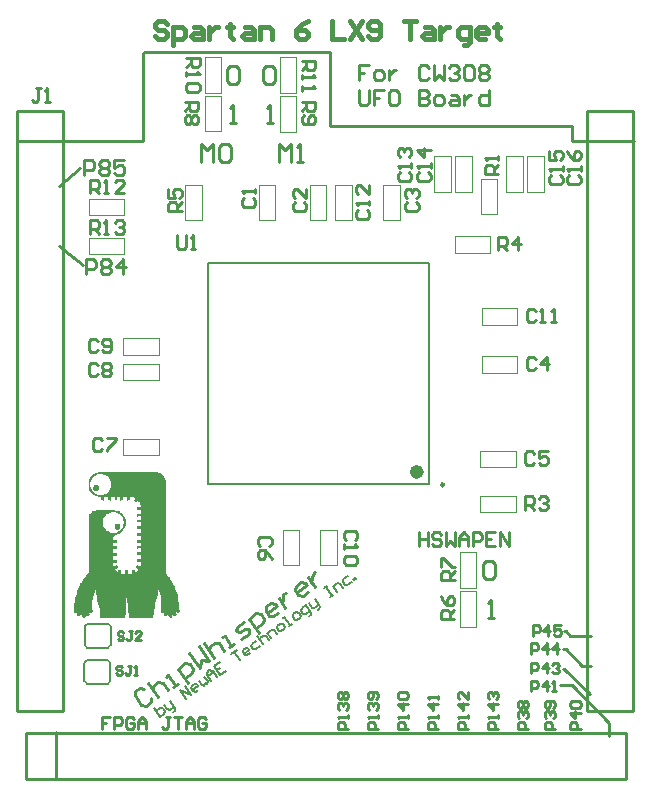
<source format=gto>
G04 Layer_Color=65535*
%FSLAX25Y25*%
%MOIN*%
G70*
G01*
G75*
%ADD17C,0.00800*%
%ADD19C,0.01000*%
%ADD33C,0.02362*%
%ADD34C,0.00984*%
%ADD35C,0.00787*%
%ADD36C,0.00394*%
%ADD37C,0.01500*%
G36*
X147500Y202364D02*
X148490D01*
Y202117D01*
X148738D01*
Y201869D01*
X148985D01*
Y201621D01*
X149233D01*
Y201374D01*
X149481D01*
Y201126D01*
X149728D01*
Y200879D01*
Y200631D01*
X149976D01*
Y200384D01*
Y200136D01*
Y199888D01*
X150223D01*
Y199641D01*
Y199393D01*
Y199146D01*
Y198898D01*
Y198651D01*
Y198403D01*
Y198155D01*
Y197908D01*
Y197660D01*
Y197413D01*
Y197165D01*
Y196917D01*
Y196670D01*
Y196422D01*
Y196175D01*
Y195927D01*
Y195680D01*
Y195432D01*
Y195185D01*
Y194937D01*
Y194689D01*
Y194442D01*
Y194194D01*
Y193947D01*
Y193699D01*
Y193451D01*
Y193204D01*
Y192956D01*
Y192709D01*
Y192461D01*
Y192214D01*
Y191966D01*
Y191718D01*
Y191471D01*
Y191223D01*
Y190976D01*
Y190728D01*
Y190481D01*
Y190233D01*
Y189986D01*
Y189738D01*
Y189490D01*
Y189243D01*
Y188995D01*
Y188748D01*
Y188500D01*
Y188252D01*
Y188005D01*
Y187757D01*
Y187510D01*
Y187262D01*
Y187015D01*
Y186767D01*
Y186520D01*
Y186272D01*
Y186024D01*
Y185777D01*
Y185529D01*
Y185282D01*
Y185034D01*
Y184786D01*
Y184539D01*
Y184291D01*
Y184044D01*
Y183796D01*
Y183549D01*
Y183301D01*
Y183053D01*
Y182806D01*
Y182558D01*
Y182311D01*
Y182063D01*
Y181816D01*
Y181568D01*
Y181320D01*
Y181073D01*
Y180825D01*
Y180578D01*
Y180330D01*
Y180082D01*
Y179835D01*
Y179587D01*
Y179340D01*
Y179092D01*
Y178845D01*
Y178597D01*
Y178349D01*
Y178102D01*
Y177854D01*
Y177607D01*
Y177359D01*
Y177112D01*
Y176864D01*
Y176617D01*
Y176369D01*
Y176121D01*
Y175874D01*
Y175626D01*
Y175379D01*
Y175131D01*
Y174883D01*
Y174636D01*
Y174388D01*
Y174141D01*
Y173893D01*
Y173646D01*
Y173398D01*
Y173151D01*
Y172903D01*
Y172655D01*
Y172408D01*
Y172160D01*
Y171913D01*
Y171665D01*
Y171417D01*
Y171170D01*
Y170922D01*
Y170675D01*
Y170427D01*
Y170180D01*
Y169932D01*
Y169685D01*
Y169437D01*
Y169189D01*
Y168942D01*
Y168694D01*
X150471D01*
Y168447D01*
Y168199D01*
X150718D01*
Y167952D01*
X150966D01*
Y167704D01*
X151214D01*
Y167456D01*
X151461D01*
Y167209D01*
Y166961D01*
X151709D01*
Y166714D01*
X151956D01*
Y166466D01*
Y166218D01*
X152204D01*
Y165971D01*
X152452D01*
Y165723D01*
Y165476D01*
X152699D01*
Y165228D01*
Y164981D01*
X152947D01*
Y164733D01*
Y164485D01*
X153194D01*
Y164238D01*
Y163990D01*
X153442D01*
Y163743D01*
Y163495D01*
Y163248D01*
X153689D01*
Y163000D01*
Y162752D01*
X153937D01*
Y162505D01*
Y162257D01*
Y162010D01*
X154184D01*
Y161762D01*
Y161515D01*
Y161267D01*
Y161019D01*
X154432D01*
Y160772D01*
Y160524D01*
Y160277D01*
Y160029D01*
Y159782D01*
Y159534D01*
Y159286D01*
X154680D01*
Y159039D01*
Y158791D01*
Y158544D01*
Y158296D01*
Y158048D01*
Y157801D01*
Y157553D01*
Y157306D01*
Y157058D01*
X154432D01*
Y156811D01*
X154680D01*
Y156563D01*
X154927D01*
Y156316D01*
Y156068D01*
Y155820D01*
X154680D01*
Y155573D01*
X153937D01*
Y155820D01*
X153689D01*
Y155573D01*
Y155325D01*
X153937D01*
Y155078D01*
Y154830D01*
X153689D01*
Y154583D01*
X152699D01*
Y154830D01*
X152452D01*
Y154583D01*
X152204D01*
Y154335D01*
Y154087D01*
X151461D01*
Y154335D01*
X151214D01*
Y154583D01*
X150966D01*
Y154830D01*
X150718D01*
Y154583D01*
X149728D01*
Y154830D01*
X149481D01*
Y155078D01*
Y155325D01*
X149728D01*
Y155573D01*
X148738D01*
Y155820D01*
X148490D01*
Y156068D01*
Y156316D01*
Y156563D01*
X148738D01*
Y156811D01*
X148985D01*
Y157058D01*
X148738D01*
Y157306D01*
Y157553D01*
Y157801D01*
Y158048D01*
Y158296D01*
Y158544D01*
Y158791D01*
Y159039D01*
Y159286D01*
Y159534D01*
Y159782D01*
Y160029D01*
X148490D01*
Y160277D01*
Y160524D01*
Y160772D01*
Y161019D01*
Y161267D01*
Y161515D01*
X148243D01*
Y161762D01*
Y162010D01*
Y162257D01*
Y162505D01*
X147995D01*
Y162752D01*
Y163000D01*
Y163248D01*
X147748D01*
Y163000D01*
X147500D01*
Y162752D01*
Y162505D01*
Y162257D01*
Y162010D01*
Y161762D01*
Y161515D01*
Y161267D01*
X147252D01*
Y161019D01*
Y160772D01*
Y160524D01*
Y160277D01*
X147005D01*
Y160029D01*
Y159782D01*
Y159534D01*
Y159286D01*
X146757D01*
Y159039D01*
Y158791D01*
Y158544D01*
Y158296D01*
X146510D01*
Y158048D01*
Y157801D01*
Y157553D01*
Y157306D01*
Y157058D01*
X146262D01*
Y156811D01*
Y156563D01*
Y156316D01*
Y156068D01*
Y155820D01*
Y155573D01*
Y155325D01*
Y155078D01*
X146015D01*
Y154830D01*
Y154583D01*
Y154335D01*
Y154087D01*
X137845D01*
Y154335D01*
Y154583D01*
Y154830D01*
Y155078D01*
Y155325D01*
Y155573D01*
X137597D01*
Y155820D01*
Y156068D01*
Y156316D01*
Y156563D01*
Y156811D01*
Y157058D01*
Y157306D01*
Y157553D01*
Y157801D01*
Y158048D01*
Y158296D01*
Y158544D01*
Y158791D01*
X137349D01*
Y159039D01*
Y159286D01*
Y159534D01*
Y159782D01*
Y160029D01*
Y160277D01*
Y160524D01*
X137102D01*
Y160277D01*
Y160029D01*
Y159782D01*
Y159534D01*
Y159286D01*
Y159039D01*
Y158791D01*
Y158544D01*
Y158296D01*
X136854D01*
Y158048D01*
Y157801D01*
Y157553D01*
Y157306D01*
Y157058D01*
Y156811D01*
Y156563D01*
Y156316D01*
Y156068D01*
Y155820D01*
Y155573D01*
Y155325D01*
Y155078D01*
X136607D01*
Y154830D01*
Y154583D01*
Y154335D01*
Y154087D01*
X128437D01*
Y154335D01*
Y154583D01*
Y154830D01*
Y155078D01*
Y155325D01*
Y155573D01*
X128189D01*
Y155820D01*
Y156068D01*
Y156316D01*
Y156563D01*
Y156811D01*
Y157058D01*
Y157306D01*
X127942D01*
Y157553D01*
Y157801D01*
Y158048D01*
Y158296D01*
X127694D01*
Y158544D01*
Y158791D01*
Y159039D01*
Y159286D01*
X127447D01*
Y159534D01*
Y159782D01*
Y160029D01*
Y160277D01*
Y160524D01*
X127199D01*
Y160772D01*
Y161019D01*
Y161267D01*
Y161515D01*
X126951D01*
Y161762D01*
Y162010D01*
Y162257D01*
Y162505D01*
Y162752D01*
Y163000D01*
Y163248D01*
X126456D01*
Y163000D01*
Y162752D01*
Y162505D01*
Y162257D01*
X126209D01*
Y162010D01*
Y161762D01*
Y161515D01*
Y161267D01*
X125961D01*
Y161019D01*
Y160772D01*
Y160524D01*
Y160277D01*
Y160029D01*
Y159782D01*
X125714D01*
Y159534D01*
Y159286D01*
Y159039D01*
Y158791D01*
Y158544D01*
Y158296D01*
Y158048D01*
Y157801D01*
Y157553D01*
Y157306D01*
Y157058D01*
Y156811D01*
Y156563D01*
X125961D01*
Y156316D01*
Y156068D01*
Y155820D01*
X125714D01*
Y155573D01*
X124723D01*
Y155325D01*
X124971D01*
Y155078D01*
Y154830D01*
X124723D01*
Y154583D01*
X123733D01*
Y154830D01*
X123485D01*
Y154583D01*
Y154335D01*
X123238D01*
Y154087D01*
X122495D01*
Y154335D01*
X122248D01*
Y154583D01*
Y154830D01*
X121752D01*
Y154583D01*
X120762D01*
Y154830D01*
Y155078D01*
Y155325D01*
Y155573D01*
Y155820D01*
X120515D01*
Y155573D01*
X119772D01*
Y155820D01*
Y156068D01*
X119524D01*
Y156316D01*
Y156563D01*
X119772D01*
Y156811D01*
X120019D01*
Y157058D01*
X119772D01*
Y157306D01*
Y157553D01*
Y157801D01*
Y158048D01*
Y158296D01*
Y158544D01*
Y158791D01*
Y159039D01*
X120019D01*
Y159286D01*
Y159534D01*
Y159782D01*
Y160029D01*
Y160277D01*
Y160524D01*
Y160772D01*
X120267D01*
Y161019D01*
Y161267D01*
Y161515D01*
Y161762D01*
X120515D01*
Y162010D01*
Y162257D01*
Y162505D01*
X120762D01*
Y162752D01*
Y163000D01*
Y163248D01*
X121010D01*
Y163495D01*
Y163743D01*
Y163990D01*
X121257D01*
Y164238D01*
Y164485D01*
X121505D01*
Y164733D01*
Y164981D01*
X121752D01*
Y165228D01*
Y165476D01*
X122000D01*
Y165723D01*
X122248D01*
Y165971D01*
Y166218D01*
X122495D01*
Y166466D01*
Y166714D01*
X122743D01*
Y166961D01*
X122990D01*
Y167209D01*
X123238D01*
Y167456D01*
Y167704D01*
X123485D01*
Y167952D01*
X123733D01*
Y168199D01*
X123980D01*
Y168447D01*
X124228D01*
Y168694D01*
Y168942D01*
X124476D01*
Y169189D01*
Y169437D01*
Y169685D01*
Y169932D01*
Y170180D01*
Y170427D01*
Y170675D01*
Y170922D01*
Y171170D01*
Y171417D01*
Y171665D01*
Y171913D01*
Y172160D01*
Y172408D01*
Y172655D01*
Y172903D01*
Y173151D01*
Y173398D01*
Y173646D01*
Y173893D01*
Y174141D01*
Y174388D01*
Y174636D01*
Y174883D01*
Y175131D01*
Y175379D01*
Y175626D01*
Y175874D01*
Y176121D01*
Y176369D01*
Y176617D01*
Y176864D01*
Y177112D01*
Y177359D01*
Y177607D01*
Y177854D01*
Y178102D01*
Y178349D01*
Y178597D01*
Y178845D01*
Y179092D01*
Y179340D01*
Y179587D01*
Y179835D01*
Y180082D01*
Y180330D01*
Y180578D01*
Y180825D01*
Y181073D01*
Y181320D01*
Y181568D01*
Y181816D01*
Y182063D01*
Y182311D01*
Y182558D01*
Y182806D01*
Y183053D01*
Y183301D01*
Y183549D01*
Y183796D01*
Y184044D01*
Y184291D01*
Y184539D01*
Y184786D01*
Y185034D01*
Y185282D01*
Y185529D01*
Y185777D01*
Y186024D01*
Y186272D01*
Y186520D01*
Y186767D01*
Y187015D01*
Y187262D01*
Y187510D01*
Y187757D01*
Y188005D01*
X124723D01*
Y188252D01*
Y188500D01*
X124971D01*
Y188748D01*
X125218D01*
Y188995D01*
X125466D01*
Y189243D01*
X125714D01*
Y189490D01*
X126209D01*
Y189738D01*
X126951D01*
Y189986D01*
X133388D01*
Y189738D01*
X134379D01*
Y189490D01*
X134874D01*
Y189243D01*
X135121D01*
Y188995D01*
X135617D01*
Y188748D01*
X135864D01*
Y188500D01*
X136112D01*
Y188252D01*
Y188005D01*
X136359D01*
Y187757D01*
X136607D01*
Y187510D01*
Y187262D01*
Y187015D01*
X136854D01*
Y186767D01*
Y186520D01*
Y186272D01*
Y186024D01*
Y185777D01*
Y185529D01*
Y185282D01*
Y185034D01*
Y184786D01*
Y184539D01*
X136607D01*
Y184291D01*
Y184044D01*
Y183796D01*
X136359D01*
Y183549D01*
X136112D01*
Y183301D01*
Y183053D01*
X135864D01*
Y182806D01*
X135617D01*
Y182558D01*
X135369D01*
Y182311D01*
X134874D01*
Y182063D01*
X134379D01*
Y181816D01*
X133884D01*
Y181568D01*
X133141D01*
Y181320D01*
X132893D01*
Y181073D01*
X132646D01*
Y180825D01*
Y180578D01*
Y180330D01*
Y180082D01*
X133884D01*
Y179835D01*
Y179587D01*
Y179340D01*
Y179092D01*
X132646D01*
Y178845D01*
Y178597D01*
Y178349D01*
Y178102D01*
Y177854D01*
X133884D01*
Y177607D01*
Y177359D01*
Y177112D01*
Y176864D01*
X132646D01*
Y176617D01*
Y176369D01*
Y176121D01*
Y175874D01*
Y175626D01*
X133884D01*
Y175379D01*
Y175131D01*
Y174883D01*
Y174636D01*
X132646D01*
Y174388D01*
Y174141D01*
Y173893D01*
Y173646D01*
Y173398D01*
X133884D01*
Y173151D01*
Y172903D01*
Y172655D01*
Y172408D01*
X132646D01*
Y172160D01*
Y171913D01*
Y171665D01*
Y171417D01*
X132893D01*
Y171170D01*
X133388D01*
Y171417D01*
X133636D01*
Y171665D01*
X133884D01*
Y171417D01*
Y171170D01*
X134131D01*
Y170922D01*
X134379D01*
Y170675D01*
X133884D01*
Y170427D01*
X133388D01*
Y170180D01*
Y169932D01*
X133636D01*
Y169685D01*
X133884D01*
Y169437D01*
X134131D01*
Y169189D01*
X134379D01*
Y169437D01*
Y169685D01*
Y169932D01*
X135369D01*
Y169685D01*
Y169437D01*
Y169189D01*
Y168942D01*
Y168694D01*
X136607D01*
Y168942D01*
Y169189D01*
Y169437D01*
Y169685D01*
Y169932D01*
X137597D01*
Y169685D01*
Y169437D01*
Y169189D01*
Y168942D01*
Y168694D01*
X138835D01*
Y168942D01*
Y169189D01*
Y169437D01*
Y169685D01*
Y169932D01*
X139825D01*
Y169685D01*
Y169437D01*
Y169189D01*
X140320D01*
Y169437D01*
X140568D01*
Y169685D01*
X140815D01*
Y169932D01*
X141063D01*
Y170180D01*
Y170427D01*
X140568D01*
Y170675D01*
X140320D01*
Y170922D01*
Y171170D01*
X140568D01*
Y171417D01*
Y171665D01*
X140815D01*
Y171417D01*
X141063D01*
Y171170D01*
X141806D01*
Y171417D01*
Y171665D01*
Y171913D01*
Y172160D01*
Y172408D01*
Y172655D01*
X140568D01*
Y172903D01*
Y173151D01*
Y173398D01*
Y173646D01*
X141806D01*
Y173893D01*
Y174141D01*
Y174388D01*
Y174636D01*
Y174883D01*
X140568D01*
Y175131D01*
Y175379D01*
Y175626D01*
Y175874D01*
X141806D01*
Y176121D01*
Y176369D01*
Y176617D01*
Y176864D01*
Y177112D01*
X140815D01*
Y176864D01*
X140568D01*
Y177112D01*
Y177359D01*
Y177607D01*
Y177854D01*
X141806D01*
Y178102D01*
Y178349D01*
Y178597D01*
Y178845D01*
Y179092D01*
X140568D01*
Y179340D01*
Y179587D01*
Y179835D01*
Y180082D01*
X141806D01*
Y180330D01*
Y180578D01*
Y180825D01*
Y181073D01*
Y181320D01*
X140568D01*
Y181568D01*
Y181816D01*
Y182063D01*
Y182311D01*
X141806D01*
Y182558D01*
Y182806D01*
Y183053D01*
Y183301D01*
Y183549D01*
X140568D01*
Y183796D01*
Y184044D01*
Y184291D01*
Y184539D01*
X141806D01*
Y184786D01*
Y185034D01*
Y185282D01*
Y185529D01*
Y185777D01*
X140568D01*
Y186024D01*
Y186272D01*
Y186520D01*
Y186767D01*
X141806D01*
Y187015D01*
Y187262D01*
Y187510D01*
Y187757D01*
Y188005D01*
X140815D01*
Y187757D01*
X140568D01*
Y188005D01*
Y188252D01*
Y188500D01*
Y188748D01*
X141806D01*
Y188995D01*
Y189243D01*
Y189490D01*
Y189738D01*
Y189986D01*
X140568D01*
Y190233D01*
Y190481D01*
Y190728D01*
Y190976D01*
X141806D01*
Y191223D01*
Y191471D01*
Y191718D01*
X141558D01*
Y191966D01*
Y192214D01*
Y192461D01*
X141311D01*
Y192709D01*
X141063D01*
Y192956D01*
X140568D01*
Y192709D01*
X140320D01*
Y192461D01*
X140073D01*
Y192709D01*
X139825D01*
Y192956D01*
X139578D01*
Y193204D01*
X139825D01*
Y193451D01*
X140073D01*
Y193699D01*
Y193947D01*
X139578D01*
Y194194D01*
X138340D01*
Y193947D01*
Y193699D01*
Y193451D01*
Y193204D01*
X137597D01*
Y192956D01*
X137349D01*
Y193204D01*
Y193451D01*
Y193699D01*
Y193947D01*
Y194194D01*
X136112D01*
Y193947D01*
Y193699D01*
Y193451D01*
Y193204D01*
X135369D01*
Y192956D01*
X135121D01*
Y193204D01*
Y193451D01*
Y193699D01*
Y193947D01*
Y194194D01*
X133884D01*
Y193947D01*
Y193699D01*
Y193451D01*
Y193204D01*
X133141D01*
Y193451D01*
Y193699D01*
Y193947D01*
Y194194D01*
X131903D01*
Y193947D01*
Y193699D01*
Y193451D01*
Y193204D01*
Y192956D01*
X131655D01*
Y193204D01*
X130913D01*
Y193451D01*
Y193699D01*
Y193947D01*
Y194194D01*
X129675D01*
Y193947D01*
Y193699D01*
Y193451D01*
Y193204D01*
Y192956D01*
X129427D01*
Y193204D01*
X128684D01*
Y193451D01*
Y193699D01*
Y193947D01*
Y194194D01*
X127694D01*
Y194442D01*
X126951D01*
Y194689D01*
X126456D01*
Y194937D01*
X125961D01*
Y195185D01*
X125714D01*
Y195432D01*
X125466D01*
Y195680D01*
X125218D01*
Y195927D01*
X124971D01*
Y196175D01*
Y196422D01*
X124723D01*
Y196670D01*
Y196917D01*
X124476D01*
Y197165D01*
Y197413D01*
Y197660D01*
Y197908D01*
Y198155D01*
Y198403D01*
Y198651D01*
Y198898D01*
Y199146D01*
Y199393D01*
Y199641D01*
Y199888D01*
X124723D01*
Y200136D01*
Y200384D01*
X124971D01*
Y200631D01*
Y200879D01*
X125218D01*
Y201126D01*
X125466D01*
Y201374D01*
X125714D01*
Y201621D01*
X125961D01*
Y201869D01*
X126456D01*
Y202117D01*
X126951D01*
Y202364D01*
X127694D01*
Y202612D01*
X147500D01*
Y202364D01*
D02*
G37*
%LPC*%
G36*
X133636Y189243D02*
X131903D01*
Y188995D01*
X131160D01*
Y188748D01*
X130665D01*
Y188500D01*
X130417D01*
Y188252D01*
X130170D01*
Y188005D01*
X129922D01*
Y187757D01*
Y187510D01*
X129675D01*
Y187262D01*
X129427D01*
Y187015D01*
Y186767D01*
Y186520D01*
Y186272D01*
X129180D01*
Y186024D01*
Y185777D01*
Y185529D01*
Y185282D01*
X129427D01*
Y185034D01*
Y184786D01*
Y184539D01*
Y184291D01*
X129675D01*
Y184044D01*
Y183796D01*
X129922D01*
Y183549D01*
X130170D01*
Y183301D01*
X130417D01*
Y183053D01*
X130665D01*
Y182806D01*
X131160D01*
Y182558D01*
X131655D01*
Y182311D01*
X133884D01*
Y182558D01*
X134379D01*
Y182806D01*
X134874D01*
Y183053D01*
X135121D01*
Y183301D01*
X135369D01*
Y183549D01*
X135617D01*
Y183796D01*
X135864D01*
Y184044D01*
Y184291D01*
X136112D01*
Y184539D01*
Y184786D01*
Y185034D01*
Y185282D01*
X136359D01*
Y185529D01*
Y185777D01*
Y186024D01*
Y186272D01*
X136112D01*
Y186520D01*
Y186767D01*
Y187015D01*
Y187262D01*
X135864D01*
Y187510D01*
X135617D01*
Y187757D01*
Y188005D01*
X135369D01*
Y188252D01*
X135121D01*
Y188500D01*
X134874D01*
Y188748D01*
X134379D01*
Y188995D01*
X133636D01*
Y189243D01*
D02*
G37*
G36*
X129427Y201869D02*
X127447D01*
Y201621D01*
X126951D01*
Y201374D01*
X126456D01*
Y201126D01*
X126209D01*
Y200879D01*
X125961D01*
Y200631D01*
X125714D01*
Y200384D01*
X125466D01*
Y200136D01*
Y199888D01*
X125218D01*
Y199641D01*
Y199393D01*
Y199146D01*
X124971D01*
Y198898D01*
Y198651D01*
Y198403D01*
Y198155D01*
Y197908D01*
Y197660D01*
X125218D01*
Y197413D01*
Y197165D01*
Y196917D01*
X125466D01*
Y196670D01*
Y196422D01*
X125714D01*
Y196175D01*
X125961D01*
Y195927D01*
X126209D01*
Y195680D01*
X126456D01*
Y195432D01*
X126951D01*
Y195185D01*
X127447D01*
Y194937D01*
X129675D01*
Y195185D01*
X130170D01*
Y195432D01*
X130665D01*
Y195680D01*
X130913D01*
Y195927D01*
X131160D01*
Y196175D01*
X131408D01*
Y196422D01*
Y196670D01*
X131655D01*
Y196917D01*
Y197165D01*
X131903D01*
Y197413D01*
Y197660D01*
Y197908D01*
Y198155D01*
Y198403D01*
Y198651D01*
Y198898D01*
Y199146D01*
Y199393D01*
Y199641D01*
X131655D01*
Y199888D01*
Y200136D01*
X131408D01*
Y200384D01*
Y200631D01*
X131160D01*
Y200879D01*
X130913D01*
Y201126D01*
X130665D01*
Y201374D01*
X130170D01*
Y201621D01*
X129427D01*
Y201869D01*
D02*
G37*
%LPD*%
G36*
X134874Y185034D02*
X135121D01*
Y184786D01*
Y184539D01*
Y184291D01*
Y184044D01*
Y183796D01*
X134874D01*
Y183549D01*
X134626D01*
Y183301D01*
X133636D01*
Y183549D01*
X133388D01*
Y183796D01*
X133141D01*
Y184044D01*
Y184291D01*
Y184539D01*
Y184786D01*
Y185034D01*
X133388D01*
Y185282D01*
X134874D01*
Y185034D01*
D02*
G37*
G36*
X127199Y198155D02*
X127694D01*
Y197908D01*
X127942D01*
Y197660D01*
Y197413D01*
X128189D01*
Y197165D01*
X127942D01*
Y196917D01*
Y196670D01*
X127694D01*
Y196422D01*
X127447D01*
Y196175D01*
X126456D01*
Y196422D01*
X126209D01*
Y196670D01*
X125961D01*
Y196917D01*
Y197165D01*
Y197413D01*
Y197660D01*
X126209D01*
Y197908D01*
Y198155D01*
X126951D01*
Y198403D01*
X127199D01*
Y198155D01*
D02*
G37*
D17*
X146226Y123870D02*
X148238Y121008D01*
X149669Y122014D01*
X149811Y122826D01*
X149476Y123303D01*
X149140Y123780D01*
X148328Y123922D01*
X146897Y122916D01*
X149759Y124928D02*
X150765Y123497D01*
X151577Y123355D01*
X153009Y124362D01*
X153344Y123885D01*
X153202Y123072D01*
X152725Y122737D01*
X153009Y124362D02*
X151667Y126270D01*
X156825Y127045D02*
X154812Y129907D01*
X158733Y128387D01*
X156720Y131249D01*
X161118Y130064D02*
X160164Y129393D01*
X159352Y129534D01*
X158681Y130489D01*
X158822Y131301D01*
X159776Y131972D01*
X160589Y131830D01*
X160924Y131353D01*
X159016Y130011D01*
X161207Y132978D02*
X162214Y131547D01*
X163026Y131405D01*
X163168Y132218D01*
X163980Y132076D01*
X164122Y132889D01*
X163116Y134320D01*
X165411Y133082D02*
X164070Y134991D01*
X164353Y136615D01*
X165978Y136332D01*
X167320Y134424D01*
X166313Y135855D01*
X164405Y134513D01*
X168169Y139299D02*
X166261Y137957D01*
X168273Y135095D01*
X170182Y136436D01*
X167267Y136526D02*
X168221Y137197D01*
X171985Y141982D02*
X173893Y143324D01*
X172940Y142653D01*
X174952Y139791D01*
X178291Y142139D02*
X177337Y141468D01*
X176525Y141609D01*
X175854Y142563D01*
X175995Y143376D01*
X176950Y144047D01*
X177762Y143905D01*
X178097Y143428D01*
X176189Y142086D01*
X180289Y146395D02*
X178858Y145388D01*
X178716Y144576D01*
X179387Y143622D01*
X180199Y143480D01*
X181630Y144486D01*
X180572Y148019D02*
X182584Y145157D01*
X181578Y146588D01*
X181720Y147401D01*
X182674Y148072D01*
X183486Y147930D01*
X184493Y146499D01*
X185447Y147170D02*
X184105Y149078D01*
X185536Y150084D01*
X186348Y149942D01*
X187355Y148511D01*
X188786Y149518D02*
X189740Y150188D01*
X189882Y151001D01*
X189211Y151955D01*
X188398Y152096D01*
X187444Y151426D01*
X187302Y150613D01*
X187973Y149659D01*
X188786Y149518D01*
X191171Y151195D02*
X192125Y151865D01*
X191648Y151530D01*
X189636Y154392D01*
X189158Y154057D01*
X194033Y153207D02*
X194987Y153878D01*
X195129Y154690D01*
X194458Y155644D01*
X193646Y155786D01*
X192692Y155115D01*
X192550Y154303D01*
X193221Y153349D01*
X194033Y153207D01*
X198043Y154601D02*
X198520Y154936D01*
X198662Y155749D01*
X196985Y158134D01*
X195554Y157128D01*
X195412Y156315D01*
X196083Y155361D01*
X196895Y155219D01*
X198326Y156226D01*
X197939Y158805D02*
X198945Y157374D01*
X199758Y157232D01*
X201189Y158238D01*
X201524Y157761D01*
X201382Y156949D01*
X200905Y156613D01*
X201189Y158238D02*
X199847Y160146D01*
X202992Y163784D02*
X203946Y164454D01*
X203469Y164119D01*
X205482Y161257D01*
X205005Y160922D01*
X205959Y161592D01*
X207390Y162599D02*
X206048Y164507D01*
X207479Y165513D01*
X208292Y165371D01*
X209298Y163940D01*
X210819Y167861D02*
X209387Y166855D01*
X209246Y166042D01*
X209917Y165088D01*
X210729Y164946D01*
X212160Y165953D01*
X213114Y166623D02*
X212779Y167101D01*
X213256Y167436D01*
X213591Y166959D01*
X213114Y166623D01*
D19*
X142500Y342000D02*
X143000Y342500D01*
X142500Y313000D02*
Y342000D01*
X116374Y313000D02*
X142500D01*
X285500D02*
X290626D01*
X285500D02*
Y318000D01*
X205000D02*
X285500D01*
X205000D02*
Y342500D01*
X143000D02*
X205000D01*
X285000Y148000D02*
X292000D01*
X283500Y149500D02*
X285000Y148000D01*
X283000Y149500D02*
X283500D01*
X289000Y138000D02*
X292000D01*
X283500Y143500D02*
X289000Y138000D01*
X282500Y143500D02*
X283500D01*
X283000Y137000D02*
X291500Y128500D01*
X282500Y137000D02*
X283000D01*
X281500Y131500D02*
X285500D01*
X298000Y119000D01*
Y114500D02*
Y119000D01*
X114500Y298000D02*
X121500Y304000D01*
X114500Y278000D02*
X122500Y271500D01*
X290626Y123000D02*
Y323000D01*
Y123000D02*
X306000D01*
X290626Y323000D02*
X306000D01*
X290626Y313000D02*
X306374D01*
X103500Y100126D02*
X303500D01*
Y115500D01*
X103500D02*
X303500D01*
X103500Y100126D02*
Y115500D01*
X113500Y100126D02*
Y115874D01*
X100626Y123000D02*
Y323000D01*
Y123000D02*
X116000D01*
Y323000D01*
X100626D02*
X116000D01*
X100626Y313000D02*
X116374D01*
X306000Y123000D02*
Y323000D01*
X143071Y130435D02*
X141678Y130677D01*
X140042Y129527D01*
X139800Y128135D01*
X142099Y124864D01*
X143492Y124621D01*
X145128Y125771D01*
X145371Y127164D01*
X144131Y132402D02*
X147581Y127496D01*
X145856Y129949D01*
X146099Y131342D01*
X147734Y132492D01*
X149127Y132249D01*
X150852Y129796D01*
X152488Y130946D02*
X154123Y132096D01*
X153305Y131521D01*
X151005Y134792D01*
X150188Y134217D01*
X157727Y132185D02*
X154277Y137092D01*
X156730Y138817D01*
X158123Y138574D01*
X159273Y136939D01*
X159030Y135546D01*
X156577Y133821D01*
X158033Y142177D02*
X161483Y137271D01*
X161969Y140056D01*
X164754Y139571D01*
X161304Y144477D01*
X162940Y145627D02*
X166390Y140721D01*
X164665Y143174D01*
X164908Y144567D01*
X166543Y145717D01*
X167936Y145474D01*
X169661Y143021D01*
X171296Y144171D02*
X172932Y145321D01*
X172114Y144746D01*
X169814Y148017D01*
X168996Y147442D01*
X175385Y147046D02*
X177838Y148770D01*
X178081Y150163D01*
X176688Y150406D01*
X175053Y149256D01*
X173660Y149499D01*
X173903Y150892D01*
X176356Y152617D01*
X181442Y148860D02*
X177992Y153767D01*
X180445Y155491D01*
X181838Y155249D01*
X182988Y153613D01*
X182745Y152220D01*
X180292Y150496D01*
X187652Y155670D02*
X186016Y154520D01*
X184623Y154763D01*
X183473Y156399D01*
X183716Y157791D01*
X185352Y158941D01*
X186744Y158699D01*
X187319Y157881D01*
X184048Y155581D01*
X187805Y160666D02*
X190105Y157395D01*
X188955Y159031D01*
X189198Y160424D01*
X189441Y161816D01*
X190258Y162391D01*
X197465Y162570D02*
X195829Y161420D01*
X194437Y161663D01*
X193287Y163299D01*
X193529Y164691D01*
X195165Y165841D01*
X196558Y165599D01*
X197133Y164781D01*
X193861Y162481D01*
X197618Y167566D02*
X199918Y164295D01*
X198768Y165931D01*
X199011Y167324D01*
X199254Y168716D01*
X200071Y169291D01*
X217832Y338193D02*
X214500D01*
Y335693D01*
X216166D01*
X214500D01*
Y333194D01*
X220331D02*
X221998D01*
X222831Y334027D01*
Y335693D01*
X221998Y336526D01*
X220331D01*
X219498Y335693D01*
Y334027D01*
X220331Y333194D01*
X224497Y336526D02*
Y333194D01*
Y334860D01*
X225330Y335693D01*
X226163Y336526D01*
X226996D01*
X237826Y337359D02*
X236993Y338193D01*
X235327D01*
X234493Y337359D01*
Y334027D01*
X235327Y333194D01*
X236993D01*
X237826Y334027D01*
X239492Y338193D02*
Y333194D01*
X241158Y334860D01*
X242824Y333194D01*
Y338193D01*
X244490Y337359D02*
X245323Y338193D01*
X246989D01*
X247822Y337359D01*
Y336526D01*
X246989Y335693D01*
X246156D01*
X246989D01*
X247822Y334860D01*
Y334027D01*
X246989Y333194D01*
X245323D01*
X244490Y334027D01*
X249489Y337359D02*
X250322Y338193D01*
X251988D01*
X252821Y337359D01*
Y334027D01*
X251988Y333194D01*
X250322D01*
X249489Y334027D01*
Y337359D01*
X254487D02*
X255320Y338193D01*
X256986D01*
X257819Y337359D01*
Y336526D01*
X256986Y335693D01*
X257819Y334860D01*
Y334027D01*
X256986Y333194D01*
X255320D01*
X254487Y334027D01*
Y334860D01*
X255320Y335693D01*
X254487Y336526D01*
Y337359D01*
X255320Y335693D02*
X256986D01*
X214500Y329795D02*
Y325629D01*
X215333Y324796D01*
X216999D01*
X217832Y325629D01*
Y329795D01*
X222831D02*
X219498D01*
Y327295D01*
X221164D01*
X219498D01*
Y324796D01*
X226996Y329795D02*
X225330D01*
X224497Y328961D01*
Y325629D01*
X225330Y324796D01*
X226996D01*
X227829Y325629D01*
Y328961D01*
X226996Y329795D01*
X234493D02*
Y324796D01*
X236993D01*
X237826Y325629D01*
Y326462D01*
X236993Y327295D01*
X234493D01*
X236993D01*
X237826Y328128D01*
Y328961D01*
X236993Y329795D01*
X234493D01*
X240325Y324796D02*
X241991D01*
X242824Y325629D01*
Y327295D01*
X241991Y328128D01*
X240325D01*
X239492Y327295D01*
Y325629D01*
X240325Y324796D01*
X245323Y328128D02*
X246989D01*
X247822Y327295D01*
Y324796D01*
X245323D01*
X244490Y325629D01*
X245323Y326462D01*
X247822D01*
X249489Y328128D02*
Y324796D01*
Y326462D01*
X250322Y327295D01*
X251155Y328128D01*
X251988D01*
X257819Y329795D02*
Y324796D01*
X255320D01*
X254487Y325629D01*
Y327295D01*
X255320Y328128D01*
X257819D01*
X125000Y282000D02*
Y286498D01*
X127249D01*
X127999Y285749D01*
Y284249D01*
X127249Y283500D01*
X125000D01*
X126499D02*
X127999Y282000D01*
X129499D02*
X130998D01*
X130248D01*
Y286498D01*
X129499Y285749D01*
X133247D02*
X133997Y286498D01*
X135497D01*
X136246Y285749D01*
Y284999D01*
X135497Y284249D01*
X134747D01*
X135497D01*
X136246Y283500D01*
Y282750D01*
X135497Y282000D01*
X133997D01*
X133247Y282750D01*
X125000Y295500D02*
Y299998D01*
X127249D01*
X127999Y299249D01*
Y297749D01*
X127249Y297000D01*
X125000D01*
X126499D02*
X127999Y295500D01*
X129499D02*
X130998D01*
X130248D01*
Y299998D01*
X129499Y299249D01*
X136246Y295500D02*
X133247D01*
X136246Y298499D01*
Y299249D01*
X135497Y299998D01*
X133997D01*
X133247Y299249D01*
X195500Y339500D02*
X199999D01*
Y337251D01*
X199249Y336501D01*
X197749D01*
X197000Y337251D01*
Y339500D01*
Y338000D02*
X195500Y336501D01*
Y335001D02*
Y333502D01*
Y334252D01*
X199999D01*
X199249Y335001D01*
X195500Y331253D02*
Y329753D01*
Y330503D01*
X199999D01*
X199249Y331253D01*
X157000Y340500D02*
X161499D01*
Y338251D01*
X160749Y337501D01*
X159249D01*
X158500Y338251D01*
Y340500D01*
Y339001D02*
X157000Y337501D01*
Y336001D02*
Y334502D01*
Y335252D01*
X161499D01*
X160749Y336001D01*
Y332253D02*
X161499Y331503D01*
Y330003D01*
X160749Y329254D01*
X157750D01*
X157000Y330003D01*
Y331503D01*
X157750Y332253D01*
X160749D01*
X195500Y326000D02*
X199999D01*
Y323751D01*
X199249Y323001D01*
X197749D01*
X197000Y323751D01*
Y326000D01*
Y324500D02*
X195500Y323001D01*
X196250Y321501D02*
X195500Y320752D01*
Y319252D01*
X196250Y318502D01*
X199249D01*
X199999Y319252D01*
Y320752D01*
X199249Y321501D01*
X198499D01*
X197749Y320752D01*
Y318502D01*
X156500Y326000D02*
X160999D01*
Y323751D01*
X160249Y323001D01*
X158749D01*
X158000Y323751D01*
Y326000D01*
Y324500D02*
X156500Y323001D01*
X160249Y321501D02*
X160999Y320752D01*
Y319252D01*
X160249Y318502D01*
X159499D01*
X158749Y319252D01*
X158000Y318502D01*
X157250D01*
X156500Y319252D01*
Y320752D01*
X157250Y321501D01*
X158000D01*
X158749Y320752D01*
X159499Y321501D01*
X160249D01*
X158749Y320752D02*
Y319252D01*
X246500Y166500D02*
X242002D01*
Y168749D01*
X242751Y169499D01*
X244251D01*
X245001Y168749D01*
Y166500D01*
Y167999D02*
X246500Y169499D01*
X242002Y170999D02*
Y173998D01*
X242751D01*
X245750Y170999D01*
X246500D01*
X246346Y153654D02*
X241848D01*
Y155903D01*
X242598Y156653D01*
X244097D01*
X244847Y155903D01*
Y153654D01*
Y155153D02*
X246346Y156653D01*
X241848Y161151D02*
X242598Y159652D01*
X244097Y158152D01*
X245597D01*
X246346Y158902D01*
Y160401D01*
X245597Y161151D01*
X244847D01*
X244097Y160401D01*
Y158152D01*
X155500Y289500D02*
X151001D01*
Y291749D01*
X151751Y292499D01*
X153251D01*
X154000Y291749D01*
Y289500D01*
Y291000D02*
X155500Y292499D01*
X151001Y296998D02*
Y293999D01*
X153251D01*
X152501Y295498D01*
Y296248D01*
X153251Y296998D01*
X154750D01*
X155500Y296248D01*
Y294748D01*
X154750Y293999D01*
X261000Y276500D02*
Y280998D01*
X263249D01*
X263999Y280249D01*
Y278749D01*
X263249Y277999D01*
X261000D01*
X262499D02*
X263999Y276500D01*
X267748D02*
Y280998D01*
X265498Y278749D01*
X268498D01*
X270000Y190000D02*
Y194499D01*
X272249D01*
X272999Y193749D01*
Y192249D01*
X272249Y191499D01*
X270000D01*
X271499D02*
X272999Y190000D01*
X274499Y193749D02*
X275248Y194499D01*
X276748D01*
X277498Y193749D01*
Y192999D01*
X276748Y192249D01*
X275998D01*
X276748D01*
X277498Y191499D01*
Y190750D01*
X276748Y190000D01*
X275248D01*
X274499Y190750D01*
X261000Y302000D02*
X256502D01*
Y304249D01*
X257251Y304999D01*
X258751D01*
X259501Y304249D01*
Y302000D01*
Y303500D02*
X261000Y304999D01*
Y306499D02*
Y307998D01*
Y307248D01*
X256502D01*
X257251Y306499D01*
X284751Y301499D02*
X284001Y300749D01*
Y299250D01*
X284751Y298500D01*
X287750D01*
X288500Y299250D01*
Y300749D01*
X287750Y301499D01*
X288500Y302998D02*
Y304498D01*
Y303748D01*
X284001D01*
X284751Y302998D01*
X284001Y309746D02*
X284751Y308247D01*
X286251Y306747D01*
X287750D01*
X288500Y307497D01*
Y308997D01*
X287750Y309746D01*
X287000D01*
X286251Y308997D01*
Y306747D01*
X278751Y301499D02*
X278001Y300749D01*
Y299250D01*
X278751Y298500D01*
X281750D01*
X282500Y299250D01*
Y300749D01*
X281750Y301499D01*
X282500Y302998D02*
Y304498D01*
Y303748D01*
X278001D01*
X278751Y302998D01*
X278001Y309746D02*
Y306747D01*
X280251D01*
X279501Y308247D01*
Y308997D01*
X280251Y309746D01*
X281750D01*
X282500Y308997D01*
Y307497D01*
X281750Y306747D01*
X234751Y302499D02*
X234001Y301749D01*
Y300250D01*
X234751Y299500D01*
X237750D01*
X238500Y300250D01*
Y301749D01*
X237750Y302499D01*
X238500Y303998D02*
Y305498D01*
Y304748D01*
X234001D01*
X234751Y303998D01*
X238500Y309997D02*
X234001D01*
X236251Y307747D01*
Y310746D01*
X228251Y302499D02*
X227502Y301749D01*
Y300250D01*
X228251Y299500D01*
X231250D01*
X232000Y300250D01*
Y301749D01*
X231250Y302499D01*
X232000Y303998D02*
Y305498D01*
Y304748D01*
X227502D01*
X228251Y303998D01*
Y307747D02*
X227502Y308497D01*
Y309997D01*
X228251Y310746D01*
X229001D01*
X229751Y309997D01*
Y309247D01*
Y309997D01*
X230501Y310746D01*
X231250D01*
X232000Y309997D01*
Y308497D01*
X231250Y307747D01*
X214251Y289999D02*
X213502Y289249D01*
Y287750D01*
X214251Y287000D01*
X217250D01*
X218000Y287750D01*
Y289249D01*
X217250Y289999D01*
X218000Y291498D02*
Y292998D01*
Y292248D01*
X213502D01*
X214251Y291498D01*
X218000Y298246D02*
Y295247D01*
X215001Y298246D01*
X214251D01*
X213502Y297497D01*
Y295997D01*
X214251Y295247D01*
X273499Y256249D02*
X272749Y256998D01*
X271250D01*
X270500Y256249D01*
Y253250D01*
X271250Y252500D01*
X272749D01*
X273499Y253250D01*
X274998Y252500D02*
X276498D01*
X275748D01*
Y256998D01*
X274998Y256249D01*
X278747Y252500D02*
X280247D01*
X279497D01*
Y256998D01*
X278747Y256249D01*
X213249Y180001D02*
X213999Y180751D01*
Y182250D01*
X213249Y183000D01*
X210250D01*
X209500Y182250D01*
Y180751D01*
X210250Y180001D01*
X209500Y178501D02*
Y177002D01*
Y177752D01*
X213999D01*
X213249Y178501D01*
Y174753D02*
X213999Y174003D01*
Y172503D01*
X213249Y171754D01*
X210250D01*
X209500Y172503D01*
Y174003D01*
X210250Y174753D01*
X213249D01*
X127499Y246249D02*
X126749Y246999D01*
X125250D01*
X124500Y246249D01*
Y243250D01*
X125250Y242500D01*
X126749D01*
X127499Y243250D01*
X128999D02*
X129748Y242500D01*
X131248D01*
X131998Y243250D01*
Y246249D01*
X131248Y246999D01*
X129748D01*
X128999Y246249D01*
Y245499D01*
X129748Y244749D01*
X131998D01*
X127499Y238249D02*
X126749Y238999D01*
X125250D01*
X124500Y238249D01*
Y235250D01*
X125250Y234500D01*
X126749D01*
X127499Y235250D01*
X128999Y238249D02*
X129748Y238999D01*
X131248D01*
X131998Y238249D01*
Y237499D01*
X131248Y236749D01*
X131998Y235999D01*
Y235250D01*
X131248Y234500D01*
X129748D01*
X128999Y235250D01*
Y235999D01*
X129748Y236749D01*
X128999Y237499D01*
Y238249D01*
X129748Y236749D02*
X131248D01*
X128999Y213249D02*
X128249Y213999D01*
X126750D01*
X126000Y213249D01*
Y210250D01*
X126750Y209500D01*
X128249D01*
X128999Y210250D01*
X130499Y213999D02*
X133498D01*
Y213249D01*
X130499Y210250D01*
Y209500D01*
X184749Y178001D02*
X185499Y178751D01*
Y180250D01*
X184749Y181000D01*
X181750D01*
X181000Y180250D01*
Y178751D01*
X181750Y178001D01*
X185499Y173502D02*
X184749Y175002D01*
X183249Y176501D01*
X181750D01*
X181000Y175752D01*
Y174252D01*
X181750Y173502D01*
X182500D01*
X183249Y174252D01*
Y176501D01*
X272999Y208749D02*
X272249Y209499D01*
X270750D01*
X270000Y208749D01*
Y205750D01*
X270750Y205000D01*
X272249D01*
X272999Y205750D01*
X277498Y209499D02*
X274499D01*
Y207249D01*
X275998Y207999D01*
X276748D01*
X277498Y207249D01*
Y205750D01*
X276748Y205000D01*
X275248D01*
X274499Y205750D01*
X273499Y240249D02*
X272749Y240999D01*
X271250D01*
X270500Y240249D01*
Y237250D01*
X271250Y236500D01*
X272749D01*
X273499Y237250D01*
X277248Y236500D02*
Y240999D01*
X274998Y238749D01*
X277998D01*
X230751Y292499D02*
X230001Y291749D01*
Y290250D01*
X230751Y289500D01*
X233750D01*
X234500Y290250D01*
Y291749D01*
X233750Y292499D01*
X230751Y293999D02*
X230001Y294748D01*
Y296248D01*
X230751Y296998D01*
X231501D01*
X232251Y296248D01*
Y295498D01*
Y296248D01*
X233000Y296998D01*
X233750D01*
X234500Y296248D01*
Y294748D01*
X233750Y293999D01*
X193251Y292499D02*
X192501Y291749D01*
Y290250D01*
X193251Y289500D01*
X196250D01*
X197000Y290250D01*
Y291749D01*
X196250Y292499D01*
X197000Y296998D02*
Y293999D01*
X194001Y296998D01*
X193251D01*
X192501Y296248D01*
Y294748D01*
X193251Y293999D01*
X176251Y293999D02*
X175501Y293249D01*
Y291750D01*
X176251Y291000D01*
X179250D01*
X180000Y291750D01*
Y293249D01*
X179250Y293999D01*
X180000Y295498D02*
Y296998D01*
Y296248D01*
X175501D01*
X176251Y295498D01*
X154000Y281499D02*
Y277750D01*
X154750Y277000D01*
X156249D01*
X156999Y277750D01*
Y281499D01*
X158499Y277000D02*
X159998D01*
X159248D01*
Y281499D01*
X158499Y280749D01*
X108499Y330499D02*
X107000D01*
X107749D01*
Y326750D01*
X107000Y326000D01*
X106250D01*
X105500Y326750D01*
X109999Y326000D02*
X111498D01*
X110748D01*
Y330499D01*
X109999Y329749D01*
X135756Y137499D02*
X135256Y137999D01*
X134256D01*
X133757Y137499D01*
Y136999D01*
X134256Y136500D01*
X135256D01*
X135756Y136000D01*
Y135500D01*
X135256Y135000D01*
X134256D01*
X133757Y135500D01*
X138755Y137999D02*
X137755D01*
X138255D01*
Y135500D01*
X137755Y135000D01*
X137256D01*
X136756Y135500D01*
X139755Y135000D02*
X140754D01*
X140255D01*
Y137999D01*
X139755Y137499D01*
X136121Y148999D02*
X135621Y149499D01*
X134622D01*
X134122Y148999D01*
Y148499D01*
X134622Y148000D01*
X135621D01*
X136121Y147500D01*
Y147000D01*
X135621Y146500D01*
X134622D01*
X134122Y147000D01*
X139120Y149499D02*
X138120D01*
X138620D01*
Y147000D01*
X138120Y146500D01*
X137620D01*
X137121Y147000D01*
X142119Y146500D02*
X140120D01*
X142119Y148499D01*
Y148999D01*
X141619Y149499D01*
X140620D01*
X140120Y148999D01*
X131666Y120999D02*
X129000D01*
Y118999D01*
X130333D01*
X129000D01*
Y117000D01*
X132999D02*
Y120999D01*
X134998D01*
X135664Y120332D01*
Y118999D01*
X134998Y118333D01*
X132999D01*
X139663Y120332D02*
X138997Y120999D01*
X137664D01*
X136997Y120332D01*
Y117666D01*
X137664Y117000D01*
X138997D01*
X139663Y117666D01*
Y118999D01*
X138330D01*
X140996Y117000D02*
Y119666D01*
X142329Y120999D01*
X143662Y119666D01*
Y117000D01*
Y118999D01*
X140996D01*
X151659Y120999D02*
X150326D01*
X150993D01*
Y117666D01*
X150326Y117000D01*
X149660D01*
X148994Y117666D01*
X152992Y120999D02*
X155658D01*
X154325D01*
Y117000D01*
X156991D02*
Y119666D01*
X158324Y120999D01*
X159657Y119666D01*
Y117000D01*
Y118999D01*
X156991D01*
X163655Y120332D02*
X162989Y120999D01*
X161656D01*
X160990Y120332D01*
Y117666D01*
X161656Y117000D01*
X162989D01*
X163655Y117666D01*
Y118999D01*
X162323D01*
X123500Y268500D02*
Y273498D01*
X125999D01*
X126832Y272665D01*
Y270999D01*
X125999Y270166D01*
X123500D01*
X128498Y272665D02*
X129331Y273498D01*
X130998D01*
X131831Y272665D01*
Y271832D01*
X130998Y270999D01*
X131831Y270166D01*
Y269333D01*
X130998Y268500D01*
X129331D01*
X128498Y269333D01*
Y270166D01*
X129331Y270999D01*
X128498Y271832D01*
Y272665D01*
X129331Y270999D02*
X130998D01*
X135996Y268500D02*
Y273498D01*
X133497Y270999D01*
X136829D01*
X123000Y301500D02*
Y306498D01*
X125499D01*
X126332Y305665D01*
Y303999D01*
X125499Y303166D01*
X123000D01*
X127998Y305665D02*
X128831Y306498D01*
X130498D01*
X131331Y305665D01*
Y304832D01*
X130498Y303999D01*
X131331Y303166D01*
Y302333D01*
X130498Y301500D01*
X128831D01*
X127998Y302333D01*
Y303166D01*
X128831Y303999D01*
X127998Y304832D01*
Y305665D01*
X128831Y303999D02*
X130498D01*
X136329Y306498D02*
X132997D01*
Y303999D01*
X134663Y304832D01*
X135496D01*
X136329Y303999D01*
Y302333D01*
X135496Y301500D01*
X133830D01*
X132997Y302333D01*
X272500Y148000D02*
Y151499D01*
X274249D01*
X274833Y150916D01*
Y149749D01*
X274249Y149166D01*
X272500D01*
X277748Y148000D02*
Y151499D01*
X275999Y149749D01*
X278331D01*
X281830Y151499D02*
X279498D01*
Y149749D01*
X280664Y150333D01*
X281247D01*
X281830Y149749D01*
Y148583D01*
X281247Y148000D01*
X280081D01*
X279498Y148583D01*
X272000Y142000D02*
Y145499D01*
X273749D01*
X274333Y144916D01*
Y143749D01*
X273749Y143166D01*
X272000D01*
X277248Y142000D02*
Y145499D01*
X275499Y143749D01*
X277831D01*
X280747Y142000D02*
Y145499D01*
X278998Y143749D01*
X281330D01*
X272000Y135500D02*
Y138999D01*
X273749D01*
X274333Y138416D01*
Y137249D01*
X273749Y136666D01*
X272000D01*
X277248Y135500D02*
Y138999D01*
X275499Y137249D01*
X277831D01*
X278998Y138416D02*
X279581Y138999D01*
X280747D01*
X281330Y138416D01*
Y137833D01*
X280747Y137249D01*
X280164D01*
X280747D01*
X281330Y136666D01*
Y136083D01*
X280747Y135500D01*
X279581D01*
X278998Y136083D01*
X272000Y129500D02*
Y132999D01*
X273749D01*
X274333Y132416D01*
Y131249D01*
X273749Y130666D01*
X272000D01*
X277248Y129500D02*
Y132999D01*
X275499Y131249D01*
X277831D01*
X278998Y129500D02*
X280164D01*
X279581D01*
Y132999D01*
X278998Y132416D01*
X288500Y117000D02*
X285001D01*
Y118749D01*
X285584Y119333D01*
X286751D01*
X287334Y118749D01*
Y117000D01*
X288500Y122248D02*
X285001D01*
X286751Y120499D01*
Y122831D01*
X285584Y123998D02*
X285001Y124581D01*
Y125747D01*
X285584Y126330D01*
X287917D01*
X288500Y125747D01*
Y124581D01*
X287917Y123998D01*
X285584D01*
X280000Y117000D02*
X276501D01*
Y118749D01*
X277084Y119333D01*
X278251D01*
X278834Y118749D01*
Y117000D01*
X277084Y120499D02*
X276501Y121082D01*
Y122248D01*
X277084Y122831D01*
X277667D01*
X278251Y122248D01*
Y121665D01*
Y122248D01*
X278834Y122831D01*
X279417D01*
X280000Y122248D01*
Y121082D01*
X279417Y120499D01*
Y123998D02*
X280000Y124581D01*
Y125747D01*
X279417Y126330D01*
X277084D01*
X276501Y125747D01*
Y124581D01*
X277084Y123998D01*
X277667D01*
X278251Y124581D01*
Y126330D01*
X271000Y117000D02*
X267501D01*
Y118749D01*
X268084Y119333D01*
X269251D01*
X269834Y118749D01*
Y117000D01*
X268084Y120499D02*
X267501Y121082D01*
Y122248D01*
X268084Y122831D01*
X268667D01*
X269251Y122248D01*
Y121665D01*
Y122248D01*
X269834Y122831D01*
X270417D01*
X271000Y122248D01*
Y121082D01*
X270417Y120499D01*
X268084Y123998D02*
X267501Y124581D01*
Y125747D01*
X268084Y126330D01*
X268667D01*
X269251Y125747D01*
X269834Y126330D01*
X270417D01*
X271000Y125747D01*
Y124581D01*
X270417Y123998D01*
X269834D01*
X269251Y124581D01*
X268667Y123998D01*
X268084D01*
X269251Y124581D02*
Y125747D01*
X261000Y117000D02*
X257501D01*
Y118749D01*
X258084Y119333D01*
X259251D01*
X259834Y118749D01*
Y117000D01*
X261000Y120499D02*
Y121665D01*
Y121082D01*
X257501D01*
X258084Y120499D01*
X261000Y125164D02*
X257501D01*
X259251Y123415D01*
Y125747D01*
X258084Y126913D02*
X257501Y127497D01*
Y128663D01*
X258084Y129246D01*
X258667D01*
X259251Y128663D01*
Y128080D01*
Y128663D01*
X259834Y129246D01*
X260417D01*
X261000Y128663D01*
Y127497D01*
X260417Y126913D01*
X251000Y117000D02*
X247501D01*
Y118749D01*
X248084Y119333D01*
X249251D01*
X249834Y118749D01*
Y117000D01*
X251000Y120499D02*
Y121665D01*
Y121082D01*
X247501D01*
X248084Y120499D01*
X251000Y125164D02*
X247501D01*
X249251Y123415D01*
Y125747D01*
X251000Y129246D02*
Y126913D01*
X248667Y129246D01*
X248084D01*
X247501Y128663D01*
Y127497D01*
X248084Y126913D01*
X241000Y117000D02*
X237501D01*
Y118749D01*
X238084Y119333D01*
X239251D01*
X239834Y118749D01*
Y117000D01*
X241000Y120499D02*
Y121665D01*
Y121082D01*
X237501D01*
X238084Y120499D01*
X241000Y125164D02*
X237501D01*
X239251Y123415D01*
Y125747D01*
X241000Y126913D02*
Y128080D01*
Y127497D01*
X237501D01*
X238084Y126913D01*
X231000Y117000D02*
X227501D01*
Y118749D01*
X228084Y119333D01*
X229251D01*
X229834Y118749D01*
Y117000D01*
X231000Y120499D02*
Y121665D01*
Y121082D01*
X227501D01*
X228084Y120499D01*
X231000Y125164D02*
X227501D01*
X229251Y123415D01*
Y125747D01*
X228084Y126913D02*
X227501Y127497D01*
Y128663D01*
X228084Y129246D01*
X230417D01*
X231000Y128663D01*
Y127497D01*
X230417Y126913D01*
X228084D01*
X221000Y117000D02*
X217501D01*
Y118749D01*
X218084Y119333D01*
X219251D01*
X219834Y118749D01*
Y117000D01*
X221000Y120499D02*
Y121665D01*
Y121082D01*
X217501D01*
X218084Y120499D01*
Y123415D02*
X217501Y123998D01*
Y125164D01*
X218084Y125747D01*
X218667D01*
X219251Y125164D01*
Y124581D01*
Y125164D01*
X219834Y125747D01*
X220417D01*
X221000Y125164D01*
Y123998D01*
X220417Y123415D01*
Y126913D02*
X221000Y127497D01*
Y128663D01*
X220417Y129246D01*
X218084D01*
X217501Y128663D01*
Y127497D01*
X218084Y126913D01*
X218667D01*
X219251Y127497D01*
Y129246D01*
X211000Y117000D02*
X207501D01*
Y118749D01*
X208084Y119333D01*
X209251D01*
X209834Y118749D01*
Y117000D01*
X211000Y120499D02*
Y121665D01*
Y121082D01*
X207501D01*
X208084Y120499D01*
Y123415D02*
X207501Y123998D01*
Y125164D01*
X208084Y125747D01*
X208667D01*
X209251Y125164D01*
Y124581D01*
Y125164D01*
X209834Y125747D01*
X210417D01*
X211000Y125164D01*
Y123998D01*
X210417Y123415D01*
X208084Y126913D02*
X207501Y127497D01*
Y128663D01*
X208084Y129246D01*
X208667D01*
X209251Y128663D01*
X209834Y129246D01*
X210417D01*
X211000Y128663D01*
Y127497D01*
X210417Y126913D01*
X209834D01*
X209251Y127497D01*
X208667Y126913D01*
X208084D01*
X209251Y127497D02*
Y128663D01*
X234500Y182499D02*
Y178000D01*
Y180249D01*
X237499D01*
Y182499D01*
Y178000D01*
X241998Y181749D02*
X241248Y182499D01*
X239748D01*
X238999Y181749D01*
Y180999D01*
X239748Y180249D01*
X241248D01*
X241998Y179499D01*
Y178750D01*
X241248Y178000D01*
X239748D01*
X238999Y178750D01*
X243497Y182499D02*
Y178000D01*
X244997Y179499D01*
X246496Y178000D01*
Y182499D01*
X247996Y178000D02*
Y180999D01*
X249495Y182499D01*
X250995Y180999D01*
Y178000D01*
Y180249D01*
X247996D01*
X252494Y178000D02*
Y182499D01*
X254744D01*
X255493Y181749D01*
Y180249D01*
X254744Y179499D01*
X252494D01*
X259992Y182499D02*
X256993D01*
Y178000D01*
X259992D01*
X256993Y180249D02*
X258492D01*
X261491Y178000D02*
Y182499D01*
X264490Y178000D01*
Y182499D01*
X257500Y154000D02*
X259499D01*
X258500D01*
Y159998D01*
X257500Y158998D01*
X256000Y171998D02*
X257000Y172998D01*
X258999D01*
X259999Y171998D01*
Y168000D01*
X258999Y167000D01*
X257000D01*
X256000Y168000D01*
Y171998D01*
X184000Y319000D02*
X185999D01*
X185000D01*
Y324998D01*
X184000Y323998D01*
X171500Y319000D02*
X173499D01*
X172500D01*
Y324998D01*
X171500Y323998D01*
X182500Y336998D02*
X183500Y337998D01*
X185499D01*
X186499Y336998D01*
Y333000D01*
X185499Y332000D01*
X183500D01*
X182500Y333000D01*
Y336998D01*
X170500D02*
X171500Y337998D01*
X173499D01*
X174499Y336998D01*
Y333000D01*
X173499Y332000D01*
X171500D01*
X170500Y333000D01*
Y336998D01*
X188000Y306000D02*
Y311998D01*
X189999Y309999D01*
X191999Y311998D01*
Y306000D01*
X193998D02*
X195997D01*
X194998D01*
Y311998D01*
X193998Y310998D01*
X162000Y306000D02*
Y311998D01*
X163999Y309999D01*
X165999Y311998D01*
Y306000D01*
X167998Y310998D02*
X168998Y311998D01*
X170997D01*
X171997Y310998D01*
Y307000D01*
X170997Y306000D01*
X168998D01*
X167998Y307000D01*
Y310998D01*
D33*
X235055Y202626D02*
G03*
X235055Y202626I-1181J0D01*
G01*
D34*
X242929Y198394D02*
G03*
X242929Y198394I-492J0D01*
G01*
D35*
X131709Y139150D02*
G03*
X130922Y139937I-787J0D01*
G01*
Y132063D02*
G03*
X131709Y132850I0J787D01*
G01*
X123048D02*
G03*
X123835Y132063I787J0D01*
G01*
X124229Y139937D02*
G03*
X123048Y138756I0J-1181D01*
G01*
X131831Y151150D02*
G03*
X131043Y151937I-787J0D01*
G01*
Y144063D02*
G03*
X131831Y144850I0J787D01*
G01*
X123169D02*
G03*
X123957Y144063I787J0D01*
G01*
X124350Y151937D02*
G03*
X123169Y150756I0J-1181D01*
G01*
X164189Y272311D02*
X237811D01*
X164189Y198689D02*
X237811D01*
X164189D02*
Y272311D01*
X237811Y198689D02*
Y272311D01*
X124229Y139937D02*
X130922D01*
X131709Y132850D02*
Y139150D01*
X123835Y132063D02*
X130922D01*
X123048Y132850D02*
Y138756D01*
X124350Y151937D02*
X131043D01*
X131831Y144850D02*
Y151150D01*
X123957Y144063D02*
X131043D01*
X123169Y144850D02*
Y150756D01*
D36*
X186756Y286595D02*
Y298406D01*
X181244Y286595D02*
Y298406D01*
X186756D01*
X181244Y286595D02*
X186756D01*
X203756D02*
Y298406D01*
X198244Y286595D02*
Y298406D01*
X203756D01*
X198244Y286595D02*
X203756D01*
X228256D02*
Y298406D01*
X222744Y286595D02*
Y298406D01*
X228256D01*
X222744Y286595D02*
X228256D01*
X255594Y235744D02*
X267406D01*
X255594Y241256D02*
X267406D01*
Y235744D02*
Y241256D01*
X255594Y235744D02*
Y241256D01*
X255095Y204244D02*
X266905D01*
X255095Y209756D02*
X266905D01*
Y204244D02*
Y209756D01*
X255095Y204244D02*
Y209756D01*
X189244Y171595D02*
Y183405D01*
X194756Y171595D02*
Y183405D01*
X189244Y171595D02*
X194756D01*
X189244Y183405D02*
X194756D01*
X136094Y213756D02*
X147906D01*
X136094Y208244D02*
X147906D01*
X136094D02*
Y213756D01*
X147906Y208244D02*
Y213756D01*
X136094Y238756D02*
X147906D01*
X136094Y233244D02*
X147906D01*
X136094D02*
Y238756D01*
X147906Y233244D02*
Y238756D01*
X136094Y247256D02*
X147906D01*
X136094Y241744D02*
X147906D01*
X136094D02*
Y247256D01*
X147906Y241744D02*
Y247256D01*
X201744Y171595D02*
Y183405D01*
X207256Y171595D02*
Y183405D01*
X201744Y171595D02*
X207256D01*
X201744Y183405D02*
X207256D01*
X255594Y251744D02*
X267406D01*
X255594Y257256D02*
X267406D01*
Y251744D02*
Y257256D01*
X255594Y251744D02*
Y257256D01*
X212256Y286595D02*
Y298406D01*
X206744Y286595D02*
Y298406D01*
X212256D01*
X206744Y286595D02*
X212256D01*
X252256Y296094D02*
Y307906D01*
X246744Y296094D02*
Y307906D01*
X252256D01*
X246744Y296094D02*
X252256D01*
X245256D02*
Y307906D01*
X239744Y296094D02*
Y307906D01*
X245256D01*
X239744Y296094D02*
X245256D01*
X269256D02*
Y307906D01*
X263744Y296094D02*
Y307906D01*
X269256D01*
X263744Y296094D02*
X269256D01*
X276256D02*
Y307906D01*
X270744Y296094D02*
Y307906D01*
X276256D01*
X270744Y296094D02*
X276256D01*
X260756Y288595D02*
Y300406D01*
X255244Y288595D02*
Y300406D01*
X260756D01*
X255244Y288595D02*
X260756D01*
X255095Y194756D02*
X266905D01*
X255095Y189244D02*
X266905D01*
X255095D02*
Y194756D01*
X266905Y189244D02*
Y194756D01*
X246595Y281256D02*
X258405D01*
X246595Y275744D02*
X258405D01*
X246595D02*
Y281256D01*
X258405Y275744D02*
Y281256D01*
X156744Y286595D02*
Y298406D01*
X162256Y286595D02*
Y298406D01*
X156744Y286595D02*
X162256D01*
X156744Y298406D02*
X162256D01*
X253756Y151094D02*
Y162906D01*
X248244Y151094D02*
Y162906D01*
X253756D01*
X248244Y151094D02*
X253756D01*
Y164094D02*
Y175906D01*
X248244Y164094D02*
Y175906D01*
X253756D01*
X248244Y164094D02*
X253756D01*
X163244Y316248D02*
Y328059D01*
X168756Y316248D02*
Y328059D01*
X163244Y316248D02*
X168756D01*
X163244Y328059D02*
X168756D01*
X188244Y316094D02*
Y327906D01*
X193756Y316094D02*
Y327906D01*
X188244Y316094D02*
X193756D01*
X188244Y327906D02*
X193756D01*
X163244Y329095D02*
Y340905D01*
X168756Y329095D02*
Y340905D01*
X163244Y329095D02*
X168756D01*
X163244Y340905D02*
X168756D01*
X188244Y329095D02*
Y340905D01*
X193756Y329095D02*
Y340905D01*
X188244Y329095D02*
X193756D01*
X188244Y340905D02*
X193756D01*
X124594Y280756D02*
X136406D01*
X124594Y275244D02*
X136406D01*
X124594D02*
Y280756D01*
X136406Y275244D02*
Y280756D01*
X124594Y293756D02*
X136406D01*
X124594Y288244D02*
X136406D01*
X124594D02*
Y293756D01*
X136406Y288244D02*
Y293756D01*
D37*
X150499Y351998D02*
X149499Y352998D01*
X147500D01*
X146500Y351998D01*
Y350999D01*
X147500Y349999D01*
X149499D01*
X150499Y348999D01*
Y348000D01*
X149499Y347000D01*
X147500D01*
X146500Y348000D01*
X152498Y345001D02*
Y350999D01*
X155497D01*
X156497Y349999D01*
Y348000D01*
X155497Y347000D01*
X152498D01*
X159496Y350999D02*
X161495D01*
X162495Y349999D01*
Y347000D01*
X159496D01*
X158496Y348000D01*
X159496Y348999D01*
X162495D01*
X164494Y350999D02*
Y347000D01*
Y348999D01*
X165494Y349999D01*
X166493Y350999D01*
X167493D01*
X171492Y351998D02*
Y350999D01*
X170492D01*
X172492D01*
X171492D01*
Y348000D01*
X172492Y347000D01*
X176490Y350999D02*
X178490D01*
X179489Y349999D01*
Y347000D01*
X176490D01*
X175491Y348000D01*
X176490Y348999D01*
X179489D01*
X181489Y347000D02*
Y350999D01*
X184488D01*
X185487Y349999D01*
Y347000D01*
X197484Y352998D02*
X195484Y351998D01*
X193485Y349999D01*
Y348000D01*
X194484Y347000D01*
X196484D01*
X197484Y348000D01*
Y348999D01*
X196484Y349999D01*
X193485D01*
X205481Y352998D02*
Y347000D01*
X209480D01*
X211479Y352998D02*
X215478Y347000D01*
Y352998D02*
X211479Y347000D01*
X217477Y348000D02*
X218477Y347000D01*
X220476D01*
X221476Y348000D01*
Y351998D01*
X220476Y352998D01*
X218477D01*
X217477Y351998D01*
Y350999D01*
X218477Y349999D01*
X221476D01*
X229473Y352998D02*
X233472D01*
X231472D01*
Y347000D01*
X236471Y350999D02*
X238470D01*
X239470Y349999D01*
Y347000D01*
X236471D01*
X235471Y348000D01*
X236471Y348999D01*
X239470D01*
X241469Y350999D02*
Y347000D01*
Y348999D01*
X242469Y349999D01*
X243469Y350999D01*
X244468D01*
X249467Y345001D02*
X250466D01*
X251466Y346000D01*
Y350999D01*
X248467D01*
X247467Y349999D01*
Y348000D01*
X248467Y347000D01*
X251466D01*
X256464D02*
X254465D01*
X253465Y348000D01*
Y349999D01*
X254465Y350999D01*
X256464D01*
X257464Y349999D01*
Y348999D01*
X253465D01*
X260463Y351998D02*
Y350999D01*
X259464D01*
X261463D01*
X260463D01*
Y348000D01*
X261463Y347000D01*
M02*

</source>
